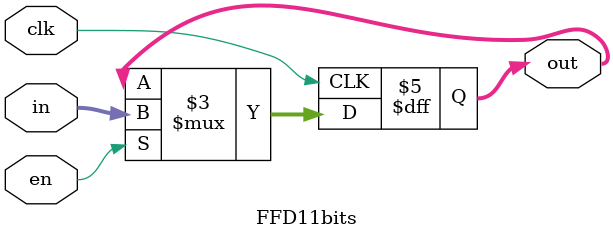
<source format=v>
module FFD11bits(in,en,clk,out);
input [10:0] in; // Data input 
input clk,en; // clock input 
output [10:0] out; // output Q 
reg [10:0] out;
always @(posedge clk) begin
	if(en) begin
		out = in;
	end	
end 
endmodule 
</source>
